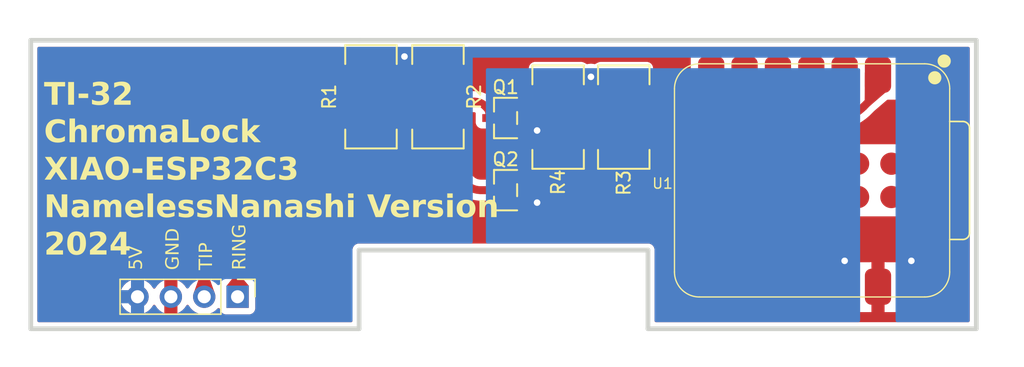
<source format=kicad_pcb>
(kicad_pcb (version 20240108) (generator "pcbnew") (generator_version "8.0")
  (layers (0 "F.Cu" signal) (31 "B.Cu" signal) (34 "B.Paste" user) (35 "F.Paste" user) (36 "B.SilkS" user "B.Silkscreen") (37 "F.SilkS" user "F.Silkscreen") (38 "B.Mask" user) (39 "F.Mask" user) (44 "Edge.Cuts" user))
  (net 0 "")
  (net 1 "RING")
  (net 2 "TIP")
  (net 3 "RING_GPIO")
  (net 4 "TIP_GPIO")
  (net 5 "+5V")
  (net 6 "+3.3V")
  (net 7 "GND")
  (footprint "easyeda2kicad:SOT-23-3_L2.9-W1.6-P1.90-LS2.8-BR" (layer "F.Cu") (at 121.5 58)
    (property "Reference" "Q1" (at 0 -2.35 0) (layer "F.SilkS"))
    (property "Value" "MMBF170")
    (fp_line (start -0.88 -1.54) (end -0.88 -0.49) (stroke (width 0.15)) (layer "F.SilkS"))
    (fp_line (start -0.88 1.54) (end -0.88 0.49) (stroke (width 0.15)) (layer "F.SilkS"))
    (fp_line (start 0.88 -1.54) (end -0.88 -1.54) (stroke (width 0.15)) (layer "F.SilkS"))
    (fp_line (start 0.88 -0.46) (end 0.88 0.46) (stroke (width 0.15)) (layer "F.SilkS"))
    (fp_line (start 0.88 1.54) (end -0.88 1.54) (stroke (width 0.15)) (layer "F.SilkS"))
    (pad "1" smd rect (at 1.24 0.95) (size 1.07 0.6) (layers "F.Cu" "F.Paste" "F.Mask") (net 6 "+3.3V"))
    (pad "2" smd rect (at 1.24 -0.95) (size 1.07 0.6) (layers "F.Cu" "F.Paste" "F.Mask") (net 4 "TIP_GPIO"))
    (pad "3" smd rect (at -1.24 0) (size 1.07 0.6) (layers "F.Cu" "F.Paste" "F.Mask") (net 2 "TIP"))
  )
  (footprint "Connector_PinHeader_2.54mm:PinHeader_1x04_P2.54mm_Vertical" (layer "F.Cu") (at 101.092 71.628 -90)
    (property "Reference" "J1" (hide yes))
    (property "Value" "Conn_01x04" (hide yes))
    (fp_line (start -1.33 8.95) (end 1.33 8.95) (stroke (width 0.12)) (layer "F.SilkS"))
    (fp_line (start -1.33 1.27) (end -1.33 8.95) (stroke (width 0.12)) (layer "F.SilkS"))
    (fp_line (start -1.33 1.27) (end 1.33 1.27) (stroke (width 0.12)) (layer "F.SilkS"))
    (fp_line (start 1.33 1.27) (end 1.33 8.95) (stroke (width 0.12)) (layer "F.SilkS"))
    (fp_line (start -1.33 0) (end -1.33 -1.33) (stroke (width 0.12)) (layer "F.SilkS"))
    (fp_line (start -1.33 -1.33) (end 0 -1.33) (stroke (width 0.12)) (layer "F.SilkS"))
    (pad "1" thru_hole rect (at 0 0 270) (size 1.7 1.7) (drill 1) (layers "*.Cu" "*.Mask") (net 1 "RING"))
    (pad "2" thru_hole oval (at 0 2.54 270) (size 1.7 1.7) (drill 1) (layers "*.Cu" "*.Mask") (net 2 "TIP"))
    (pad "3" thru_hole oval (at 0 5.08 270) (size 1.7 1.7) (drill 1) (layers "*.Cu" "*.Mask") (net 7 "GND"))
    (pad "4" thru_hole oval (at 0 7.62 270) (size 1.7 1.7) (drill 1) (layers "*.Cu" "*.Mask") (net 5 "+5V"))
  )
  (footprint "easyeda2kicad:R2512" (layer "F.Cu") (at 125.5 57.93 90)
    (property "Reference" "R4" (at -4.97 0 90) (layer "F.SilkS"))
    (property "Value" "FRC2512F1001TS")
    (fp_line (start 3.94 -1.96) (end 2.5 -1.96) (stroke (width 0.15)) (layer "F.SilkS"))
    (fp_line (start -3.94 -1.96) (end -2.5 -1.96) (stroke (width 0.15)) (layer "F.SilkS"))
    (fp_line (start 3.94 1.96) (end 3.94 -1.96) (stroke (width 0.15)) (layer "F.SilkS"))
    (fp_line (start 2.5 1.96) (end 3.94 1.96) (stroke (width 0.15)) (layer "F.SilkS"))
    (fp_line (start -2.5 1.96) (end -3.94 1.96) (stroke (width 0.15)) (layer "F.SilkS"))
    (fp_line (start -3.94 1.96) (end -3.94 -1.96) (stroke (width 0.15)) (layer "F.SilkS"))
    (pad "1" smd rect (at -3.07 0 90) (size 1.28 3.46) (layers "F.Cu" "F.Paste" "F.Mask") (net 3 "RING_GPIO"))
    (pad "2" smd rect (at 3.07 0 90) (size 1.28 3.46) (layers "F.Cu" "F.Paste" "F.Mask") (net 6 "+3.3V"))
  )
  (footprint "easyeda2kicad:R2512" (layer "F.Cu") (at 116.35 56.38 90)
    (property "Reference" "R2" (at 0 2.76 90) (layer "F.SilkS"))
    (property "Value" "FRC2512F1001TS")
    (fp_line (start 3.94 -1.96) (end 2.5 -1.96) (stroke (width 0.15)) (layer "F.SilkS"))
    (fp_line (start -3.94 -1.96) (end -2.5 -1.96) (stroke (width 0.15)) (layer "F.SilkS"))
    (fp_line (start 3.94 1.96) (end 3.94 -1.96) (stroke (width 0.15)) (layer "F.SilkS"))
    (fp_line (start 2.5 1.96) (end 3.94 1.96) (stroke (width 0.15)) (layer "F.SilkS"))
    (fp_line (start -2.5 1.96) (end -3.94 1.96) (stroke (width 0.15)) (layer "F.SilkS"))
    (fp_line (start -3.94 1.96) (end -3.94 -1.96) (stroke (width 0.15)) (layer "F.SilkS"))
    (pad "1" smd rect (at -3.07 0 90) (size 1.28 3.46) (layers "F.Cu" "F.Paste" "F.Mask") (net 1 "RING"))
    (pad "2" smd rect (at 3.07 0 90) (size 1.28 3.46) (layers "F.Cu" "F.Paste" "F.Mask") (net 5 "+5V"))
  )
  (footprint "Seeed_Studio_XIAO_Series:XIAO-ESP32-C6-SMD" (layer "F.Cu") (at 134.28 53.866 -90)
    (property "Reference" "U1" (at 9.584 1.68 180) (layer "F.SilkS") (effects (font (size 0.78232 0.78232) (thickness 0.10668)) (justify left bottom)))
    (property "Value" "XIAO-ESP32-S3-SMD")
    (fp_line (start 1.905 -0.082) (end 15.875 -0.082) (stroke (width 0.1)) (layer "F.SilkS"))
    (fp_line (start 0 -1.987) (end 0 -19.132) (stroke (width 0.1)) (layer "F.SilkS"))
    (fp_line (start 17.78 -1.987) (end 17.78 -19.132) (stroke (width 0.1)) (layer "F.SilkS"))
    (fp_line (start 4.395 -21.037) (end 4.398728 -22.047272) (stroke (width 0.127)) (layer "F.SilkS"))
    (fp_line (start 15.875 -21.037) (end 1.905 -21.037) (stroke (width 0.1)) (layer "F.SilkS"))
    (fp_line (start 13.394 -22.047) (end 13.394 -21.037) (stroke (width 0.127)) (layer "F.SilkS"))
    (fp_line (start 4.898728 -22.547) (end 12.894 -22.547) (stroke (width 0.127)) (layer "F.SilkS"))
    (fp_arc (start 1.905 -0.082) (mid 0.557962 -0.639962) (end 0 -1.987) (stroke (width 0.1)) (layer "F.SilkS"))
    (fp_arc (start 17.78 -1.987) (mid 17.222038 -0.639962) (end 15.875 -0.082) (stroke (width 0.1)) (layer "F.SilkS"))
    (fp_arc (start 0 -19.136) (mid 0.557962 -20.483038) (end 1.905 -21.041) (stroke (width 0.1)) (layer "F.SilkS"))
    (fp_arc (start 15.875 -21.037) (mid 17.222038 -20.479038) (end 17.78 -19.132) (stroke (width 0.1)) (layer "F.SilkS"))
    (fp_arc (start 4.398728 -22.047272) (mid 4.545276 -22.400644) (end 4.898728 -22.547) (stroke (width 0.127)) (layer "F.SilkS"))
    (fp_arc (start 12.894 -22.547) (mid 13.247553 -22.400553) (end 13.394 -22.047) (stroke (width 0.127)) (layer "F.SilkS"))
    (fp_circle (center 1.064 -19.904) (end 1.064 -20.158) (stroke (width 0.5)) (fill solid) (layer "F.SilkS"))
    (fp_circle (center -0.21 -20.621) (end -0.21 -20.875) (stroke (width 0.5)) (fill solid) (layer "F.SilkS"))
    (pad "1" smd roundrect (at 0.835 -18.12 270) (size 2.75 2) (layers "F.Cu" "F.Paste" "F.Mask"))
    (pad "2" smd roundrect (at 0.835 -15.58 270) (size 2.75 2) (layers "F.Cu" "F.Paste" "F.Mask") (net 4 "TIP_GPIO"))
    (pad "3" smd roundrect (at 0.835 -13.04 270) (size 2.75 2) (layers "F.Cu" "F.Paste" "F.Mask"))
    (pad "4" smd roundrect (at 0.835 -10.5 270) (size 2.75 2) (layers "F.Cu" "F.Paste" "F.Mask"))
    (pad "5" smd roundrect (at 0.835 -7.96 270) (size 2.75 2) (layers "F.Cu" "F.Paste" "F.Mask"))
    (pad "6" smd roundrect (at 0.835 -5.42 270) (size 2.75 2) (layers "F.Cu" "F.Paste" "F.Mask"))
    (pad "7" smd roundrect (at 0.835 -2.88 270) (size 2.75 2) (layers "F.Cu" "F.Paste" "F.Mask"))
    (pad "8" smd roundrect (at 17 -2.88 270) (size 2.75 2) (layers "F.Cu" "F.Paste" "F.Mask"))
    (pad "9" smd roundrect (at 17 -5.42 270) (size 2.75 2) (layers "F.Cu" "F.Paste" "F.Mask"))
    (pad "10" smd roundrect (at 17 -7.96 270) (size 2.75 2) (layers "F.Cu" "F.Paste" "F.Mask"))
    (pad "11" smd roundrect (at 17 -10.5 270) (size 2.75 2) (layers "F.Cu" "F.Paste" "F.Mask") (net 3 "RING_GPIO"))
    (pad "12" smd roundrect (at 17 -13.04 270) (size 2.75 2) (layers "F.Cu" "F.Paste" "F.Mask") (net 6 "+3.3V"))
    (pad "13" smd roundrect (at 17 -15.58 270) (size 2.75 2) (layers "F.Cu" "F.Paste" "F.Mask") (net 7 "GND"))
    (pad "14" smd roundrect (at 17 -18.12 270) (size 2.75 2) (layers "F.Cu" "F.Paste" "F.Mask") (net 5 "+5V"))
    (pad "15" smd roundrect (at 7.1086 -4.9683 180) (size 2.5 1.1) (layers "F.Cu" "F.Paste" "F.Mask"))
    (pad "16" smd roundrect (at 9.6486 -4.9683 180) (size 2.5 1.1) (layers "F.Cu" "F.Paste" "F.Mask"))
    (pad "17" smd circle (at 7.6166 -19.1415 270) (size 1.7 1.7) (layers "F.Cu" "F.Paste" "F.Mask"))
    (pad "18" smd circle (at 10.1566 -19.1415 270) (size 1.7 1.7) (layers "F.Cu" "F.Paste" "F.Mask"))
    (pad "19" smd circle (at 7.6166 -16.6015 270) (size 1.7 1.7) (layers "F.Cu" "F.Paste" "F.Mask"))
    (pad "20" smd circle (at 10.1566 -16.6015 270) (size 1.7 1.7) (layers "F.Cu" "F.Paste" "F.Mask"))
    (pad "21" smd circle (at 7.6166 -14.0615 270) (size 1.7 1.7) (layers "F.Cu" "F.Paste" "F.Mask"))
    (pad "22" smd circle (at 10.1566 -14.0615 270) (size 1.7 1.7) (layers "F.Cu" "F.Paste" "F.Mask"))
    (pad "23" smd circle (at 7.6166 -11.5215 270) (size 1.7 1.7) (layers "F.Cu" "F.Paste" "F.Mask"))
    (pad "24" smd circle (at 10.064 -11.5783 270) (size 1.7 1.7) (layers "F.Cu" "F.Paste" "F.Mask"))
  )
  (footprint "easyeda2kicad:R2512" (layer "F.Cu") (at 130.5 57.93 90)
    (property "Reference" "R3" (at -5.02 0 90) (layer "F.SilkS"))
    (property "Value" "FRC2512F1001TS")
    (fp_line (start 3.94 -1.96) (end 2.5 -1.96) (stroke (width 0.15)) (layer "F.SilkS"))
    (fp_line (start -3.94 -1.96) (end -2.5 -1.96) (stroke (width 0.15)) (layer "F.SilkS"))
    (fp_line (start 3.94 1.96) (end 3.94 -1.96) (stroke (width 0.15)) (layer "F.SilkS"))
    (fp_line (start 2.5 1.96) (end 3.94 1.96) (stroke (width 0.15)) (layer "F.SilkS"))
    (fp_line (start -2.5 1.96) (end -3.94 1.96) (stroke (width 0.15)) (layer "F.SilkS"))
    (fp_line (start -3.94 1.96) (end -3.94 -1.96) (stroke (width 0.15)) (layer "F.SilkS"))
    (pad "1" smd rect (at -3.07 0 90) (size 1.28 3.46) (layers "F.Cu" "F.Paste" "F.Mask") (net 4 "TIP_GPIO"))
    (pad "2" smd rect (at 3.07 0 90) (size 1.28 3.46) (layers "F.Cu" "F.Paste" "F.Mask") (net 6 "+3.3V"))
  )
  (footprint "easyeda2kicad:SOT-23-3_L2.9-W1.6-P1.90-LS2.8-BR" (layer "F.Cu") (at 121.5 63.5)
    (property "Reference" "Q2" (at 0 -2.35 0) (layer "F.SilkS"))
    (property "Value" "MMBF170")
    (fp_line (start -0.88 -1.54) (end -0.88 -0.49) (stroke (width 0.15)) (layer "F.SilkS"))
    (fp_line (start -0.88 1.54) (end -0.88 0.49) (stroke (width 0.15)) (layer "F.SilkS"))
    (fp_line (start 0.88 -1.54) (end -0.88 -1.54) (stroke (width 0.15)) (layer "F.SilkS"))
    (fp_line (start 0.88 -0.46) (end 0.88 0.46) (stroke (width 0.15)) (layer "F.SilkS"))
    (fp_line (start 0.88 1.54) (end -0.88 1.54) (stroke (width 0.15)) (layer "F.SilkS"))
    (pad "1" smd rect (at 1.24 0.95) (size 1.07 0.6) (layers "F.Cu" "F.Paste" "F.Mask") (net 6 "+3.3V"))
    (pad "2" smd rect (at 1.24 -0.95) (size 1.07 0.6) (layers "F.Cu" "F.Paste" "F.Mask") (net 3 "RING_GPIO"))
    (pad "3" smd rect (at -1.24 0) (size 1.07 0.6) (layers "F.Cu" "F.Paste" "F.Mask") (net 1 "RING"))
  )
  (footprint "easyeda2kicad:R2512" (layer "F.Cu") (at 111.25 56.38 90)
    (property "Reference" "R1" (at 0 -3.18 90) (layer "F.SilkS"))
    (property "Value" "FRC2512F1001TS")
    (fp_line (start 3.94 -1.96) (end 2.5 -1.96) (stroke (width 0.15)) (layer "F.SilkS"))
    (fp_line (start -3.94 -1.96) (end -2.5 -1.96) (stroke (width 0.15)) (layer "F.SilkS"))
    (fp_line (start 3.94 1.96) (end 3.94 -1.96) (stroke (width 0.15)) (layer "F.SilkS"))
    (fp_line (start 2.5 1.96) (end 3.94 1.96) (stroke (width 0.15)) (layer "F.SilkS"))
    (fp_line (start -2.5 1.96) (end -3.94 1.96) (stroke (width 0.15)) (layer "F.SilkS"))
    (fp_line (start -3.94 1.96) (end -3.94 -1.96) (stroke (width 0.15)) (layer "F.SilkS"))
    (pad "1" smd rect (at -3.07 0 90) (size 1.28 3.46) (layers "F.Cu" "F.Paste" "F.Mask") (net 2 "TIP"))
    (pad "2" smd rect (at 3.07 0 90) (size 1.28 3.46) (layers "F.Cu" "F.Paste" "F.Mask") (net 5 "+5V"))
  )
  (gr_line (start 110.344021 74.070204) (end 110.344021 68.070051) (stroke (width 0.35738)) (layer "Edge.Cuts"))
  (gr_line (start 132.344233 74.070204) (end 157.344263 74.070204) (stroke (width 0.35738)) (layer "Edge.Cuts"))
  (gr_line (start 157.344263 74.070204) (end 157.344263 52.07) (stroke (width 0.35738)) (layer "Edge.Cuts"))
  (gr_line (start 132.344233 68.070051) (end 132.344233 74.070204) (stroke (width 0.35738)) (layer "Edge.Cuts"))
  (gr_line (start 110.344013 52.07) (end 85.344 52.07) (stroke (width 0.35738)) (layer "Edge.Cuts"))
  (gr_line (start 85.344 52.07) (end 85.344 74.070204) (stroke (width 0.35738)) (layer "Edge.Cuts"))
  (gr_line (start 85.344 74.070204) (end 110.344021 74.070204) (stroke (width 0.35738)) (layer "Edge.Cuts"))
  (gr_line (start 132.344217 52.07) (end 110.344013 52.07) (stroke (width 0.35738)) (layer "Edge.Cuts"))
  (gr_line (start 157.344263 52.07) (end 132.344217 52.07) (stroke (width 0.35738)) (layer "Edge.Cuts"))
  (gr_line (start 110.344021 68.070051) (end 132.344233 68.070051) (stroke (width 0.35738)) (layer "Edge.Cuts"))
  (gr_text "RING" (at 101.854 69.596 90) (layer "F.SilkS") (effects (font (size 1 1)) (justify left bottom)))
  (gr_text "GND" (at 96.774 69.596 90) (layer "F.SilkS") (effects (font (size 1 1)) (justify left bottom)))
  (gr_text "TIP\n" (at 99.314 69.596 90) (layer "F.SilkS") (effects (font (size 1 1)) (justify left bottom)))
  (gr_text "5V" (at 93.98 69.596 90) (layer "F.SilkS") (effects (font (size 1 1)) (justify left bottom)))
  (gr_text "TI-32\nChromaLock\nXIAO-ESP32C3\nNamelessNanashi Version\n2024" (at 86.35 68.7 0) (layer "F.SilkS") (effects (font (size 1.7 1.7) (thickness 0.2) (bold yes)) (justify left bottom)))
  (segment (start 101.092 70.593) (end 101.092 71.628) (width 0.6) (layer "F.Cu") (net 1))
  (segment (start 116.862652 61.412652) (end 118.486845 63.036845) (width 0.6) (layer "F.Cu") (net 1))
  (segment (start 101.823855 68.826144) (end 104.756207 65.893792) (width 0.6) (layer "F.Cu") (net 1))
  (segment (start 115.837347 61.412652) (end 114.543792 62.706207) (width 0.6) (layer "F.Cu") (net 1))
  (segment (start 116.35 60.175) (end 116.35 59.45) (width 0.6) (layer "F.Cu") (net 1))
  (segment (start 110.696036 64.3) (end 108.603963 64.3) (width 0.6) (layer "F.Cu") (net 1))
  (segment (start 119.605 63.5) (end 120.26 63.5) (width 0.6) (layer "F.Cu") (net 1))
  (arc (start 118.486845 63.036845) (mid 118.999858 63.379629) (end 119.605 63.5) (width 0.6) (layer "F.Cu") (net 1))
  (arc (start 101.823855 68.826144) (mid 101.282202 69.636784) (end 101.092 70.593) (width 0.6) (layer "F.Cu") (net 1))
  (arc (start 116.862652 61.412652) (mid 116.349999 61.200304) (end 115.837347 61.412652) (width 0.6) (layer "F.Cu") (net 1))
  (arc (start 114.543792 62.706207) (mid 112.778426 63.885786) (end 110.696036 64.3) (width 0.6) (layer "F.Cu") (net 1))
  (arc (start 108.603963 64.3) (mid 106.521572 64.714213) (end 104.756207 65.893792) (width 0.6) (layer "F.Cu") (net 1))
  (arc (start 115.837347 61.412652) (mid 116.216765 60.844812) (end 116.35 60.175) (width 0.6) (layer "F.Cu") (net 1))
  (arc (start 116.35 60.175) (mid 116.483233 60.844812) (end 116.862652 61.412652) (width 0.6) (layer "F.Cu") (net 1))
  (segment (start 113.469238 56.75) (end 119.133309 56.75) (width 0.6) (layer "F.Cu") (net 2))
  (segment (start 120.26 57.705) (end 120.26 58) (width 0.6) (layer "F.Cu") (net 2))
  (segment (start 111.25 59.45) (end 111.25 58.75) (width 0.6) (layer "F.Cu") (net 2))
  (segment (start 99.959142 66.240857) (end 105.159009 61.04099) (width 0.6) (layer "F.Cu") (net 2))
  (segment (start 119.93 57.08) (end 120.051403 57.201403) (width 0.6) (layer "F.Cu") (net 2))
  (segment (start 98.552 69.638) (end 98.552 71.628) (width 0.6) (layer "F.Cu") (net 2))
  (segment (start 109 59.45) (end 111.25 59.45) (width 0.6) (layer "F.Cu") (net 2))
  (segment (start 111.744974 57.555025) (end 111.9 57.4) (width 0.6) (layer "F.Cu") (net 2))
  (arc (start 113.469238 56.75) (mid 112.619972 56.918929) (end 111.9 57.4) (width 0.6) (layer "F.Cu") (net 2))
  (arc (start 109 59.45) (mid 106.92127 59.863484) (end 105.159009 61.04099) (width 0.6) (layer "F.Cu") (net 2))
  (arc (start 119.93 57.08) (mid 119.564475 56.835764) (end 119.133309 56.75) (width 0.6) (layer "F.Cu") (net 2))
  (arc (start 111.744974 57.555025) (mid 111.378639 58.103284) (end 111.25 58.75) (width 0.6) (layer "F.Cu") (net 2))
  (arc (start 120.051403 57.201403) (mid 120.205787 57.432455) (end 120.26 57.705) (width 0.6) (layer "F.Cu") (net 2))
  (arc (start 99.959142 66.240857) (mid 98.917704 67.799479) (end 98.552 69.638) (width 0.6) (layer "F.Cu") (net 2))
  (segment (start 142.382792 67.093792) (end 144.293864 69.004864) (width 0.6) (layer "F.Cu") (net 3))
  (segment (start 138.535036 65.5) (end 132.253963 65.5) (width 0.6) (layer "F.Cu") (net 3))
  (segment (start 122.74 61.870624) (end 122.74 62.55) (width 0.6) (layer "F.Cu") (net 3))
  (segment (start 128.406207 63.906207) (end 125.5 61) (width 0.6) (layer "F.Cu") (net 3))
  (segment (start 123.610624 61) (end 125.5 61) (width 0.6) (layer "F.Cu") (net 3))
  (segment (start 144.78 70.1785) (end 144.78 70.866) (width 0.6) (layer "F.Cu") (net 3))
  (arc (start 144.293864 69.004864) (mid 144.653657 69.543332) (end 144.78 70.1785) (width 0.6) (layer "F.Cu") (net 3))
  (arc (start 122.995 61.255) (mid 122.806272 61.53745) (end 122.74 61.870624) (width 0.6) (layer "F.Cu") (net 3))
  (arc (start 142.382792 67.093792) (mid 140.617426 65.914213) (end 138.535036 65.5) (width 0.6) (layer "F.Cu") (net 3))
  (arc (start 128.406207 63.906207) (mid 130.171572 65.085786) (end 132.253963 65.5) (width 0.6) (layer "F.Cu") (net 3))
  (arc (start 123.610624 61) (mid 123.27745 61.066272) (end 122.995 61.255) (width 0.6) (layer "F.Cu") (net 3))
  (segment (start 129.792893 60.292893) (end 127.897038 58.397038) (width 0.6) (layer "F.Cu") (net 4))
  (segment (start 137.279898 58.2) (end 146.172649 58.2) (width 0.6) (layer "F.Cu") (net 4))
  (segment (start 133.899999 59.599999) (end 133.207106 60.292893) (width 0.6) (layer "F.Cu") (net 4))
  (segment (start 149.86 55.3705) (end 149.86 54.701) (width 0.6) (layer "F.Cu") (net 4))
  (segment (start 124.645 57.05) (end 122.74 57.05) (width 0.6) (layer "F.Cu") (net 4))
  (segment (start 149.386592 56.513407) (end 148.78 57.12) (width 0.6) (layer "F.Cu") (net 4))
  (arc (start 149.86 55.3705) (mid 149.736965 55.989037) (end 149.386592 56.513407) (width 0.6) (layer "F.Cu") (net 4))
  (arc (start 127.897038 58.397038) (mid 126.40499 57.400083) (end 124.645 57.05) (width 0.6) (layer "F.Cu") (net 4))
  (arc (start 129.792893 60.292893) (mid 130.57612 60.816228) (end 131.5 61) (width 0.6) (layer "F.Cu") (net 4))
  (arc (start 137.279898 58.2) (mid 135.45071 58.563847) (end 133.899999 59.599999) (width 0.6) (layer "F.Cu") (net 4))
  (arc (start 148.78 57.12) (mid 147.583737 57.919317) (end 146.172649 58.2) (width 0.6) (layer "F.Cu") (net 4))
  (arc (start 133.207106 60.292893) (mid 132.423879 60.816228) (end 131.5 61) (width 0.6) (layer "F.Cu") (net 4))
  (segment (start 113.8 53.31) (end 111.25 53.31) (width 0.6) (layer "F.Cu") (net 5))
  (segment (start 116.34 53) (end 116.35 53.01) (width 0.6) (layer "F.Cu") (net 5))
  (segment (start 113.8 53.31) (end 116.35 53.31) (width 0.6) (layer "F.Cu") (net 5))
  (segment (start 152.4 68.89) (end 152.4 70.866) (width 0.6) (layer "F.Cu") (net 5))
  (segment (start 111.26 53) (end 111.25 53.01) (width 0.6) (layer "F.Cu") (net 5))
  (via (at 113.8 53.31) (size 1) (drill 0.5) (layers "F.Cu" "B.Cu") (net 5))
  (via (at 152.4 68.89) (size 1) (drill 0.5) (layers "F.Cu" "B.Cu") (net 5))
  (segment (start 147.32 68.89) (end 147.32 70.866) (width 0.6) (layer "F.Cu") (net 6))
  (segment (start 123.9 64.45) (end 122.74 64.45) (width 0.6) (layer "F.Cu") (net 6))
  (segment (start 123.9 58.95) (end 122.74 58.95) (width 0.6) (layer "F.Cu") (net 6))
  (segment (start 128 54.86) (end 130.5 54.86) (width 0.6) (layer "F.Cu") (net 6))
  (segment (start 128 54.86) (end 125.5 54.86) (width 0.6) (layer "F.Cu") (net 6))
  (via (at 147.32 68.89) (size 1) (drill 0.5) (layers "F.Cu" "B.Cu") (net 6))
  (via (at 123.9 58.95) (size 1) (drill 0.5) (layers "F.Cu" "B.Cu") (net 6))
  (via (at 128 54.86) (size 1) (drill 0.5) (layers "F.Cu" "B.Cu") (net 6))
  (via (at 123.9 64.45) (size 1) (drill 0.5) (layers "F.Cu" "B.Cu") (net 6))
  (segment (start 149.86 70.866) (end 149.86 66.46) (width 1) (layer "F.Cu") (net 7))
  (segment (start 149.86 70.866) (end 149.86 73.060204) (width 1) (layer "F.Cu") (net 7))
  (zone (net 0) (net_name "") (layer "F.Cu") (connect_pads (clearance 0)) (min_thickness 0.25)
    (keepout (tracks allowed) (vias allowed) (pads allowed) (copperpour not_allowed) (footprints allowed))
    (fill (thermal_gap 0.5) (thermal_bridge_width 0.5))
    (polygon (pts (xy 135.6 69) (xy 135.6 72.8) (xy 153.9 72.8) (xy 153.9 69)))
  )
  (zone (net 0) (net_name "") (layer "F.Cu") (connect_pads (clearance 0)) (min_thickness 0.25)
    (keepout (tracks allowed) (vias allowed) (pads allowed) (copperpour not_allowed) (footprints allowed))
    (fill (thermal_gap 0.5) (thermal_bridge_width 0.5))
    (polygon (pts (xy 135.6 52.8) (xy 135.6 56.6) (xy 153.9 56.6) (xy 153.9 52.8)))
  )
  (zone (net 7) (net_name "GND") (layer "F.Cu") (priority 1) (connect_pads (clearance 0.5)) (min_thickness 0.2) (fill yes (thermal_gap 0.5) (thermal_bridge_width 1) (island_removal_mode 1) (island_area_min 10))
    (polygon (pts (xy 159 76) (xy 159 50) (xy 83 50) (xy 83 76)))
  )
  (zone (net 0) (net_name "") (layer "F.Cu") (connect_pads (clearance 0)) (min_thickness 0.25)
    (keepout (tracks allowed) (vias allowed) (pads allowed) (copperpour not_allowed) (footprints allowed))
    (fill (thermal_gap 0.5) (thermal_bridge_width 0.5))
    (polygon (pts (xy 155 60) (xy 155 65.5) (xy 144 65.5) (xy 144 60)))
  )
  (zone (net 0) (net_name "") (layer "F.Cu") (connect_pads (clearance 0)) (min_thickness 0.25)
    (keepout (tracks allowed) (vias allowed) (pads allowed) (copperpour not_allowed) (footprints allowed))
    (fill (thermal_gap 0.5) (thermal_bridge_width 0.5))
    (polygon (pts (xy 137.5 59.9) (xy 137.5 64.7) (xy 141 64.7) (xy 141 59.9)))
  )
  (zone (net 5) (net_name "+5V") (layer "B.Cu") (priority 1) (connect_pads (clearance 0.5)) (min_thickness 0.25) (fill yes (thermal_gap 0.5) (thermal_bridge_width 1))
    (polygon (pts (xy 84 77) (xy 84 49) (xy 161 49) (xy 161 76.635) (xy 151.2 76.635) (xy 151.2 53.4) (xy 119 53.4) (xy 119 77)))
  )
  (zone (net 6) (net_name "+3.3V") (layer "B.Cu") (priority 2) (connect_pads (clearance 0.5)) (min_thickness 0.25) (fill yes (thermal_gap 0.5) (thermal_bridge_width 1))
    (polygon (pts (xy 148.5 77) (xy 120 77) (xy 120 54.2) (xy 148.5 54.2)))
  )
)
</source>
